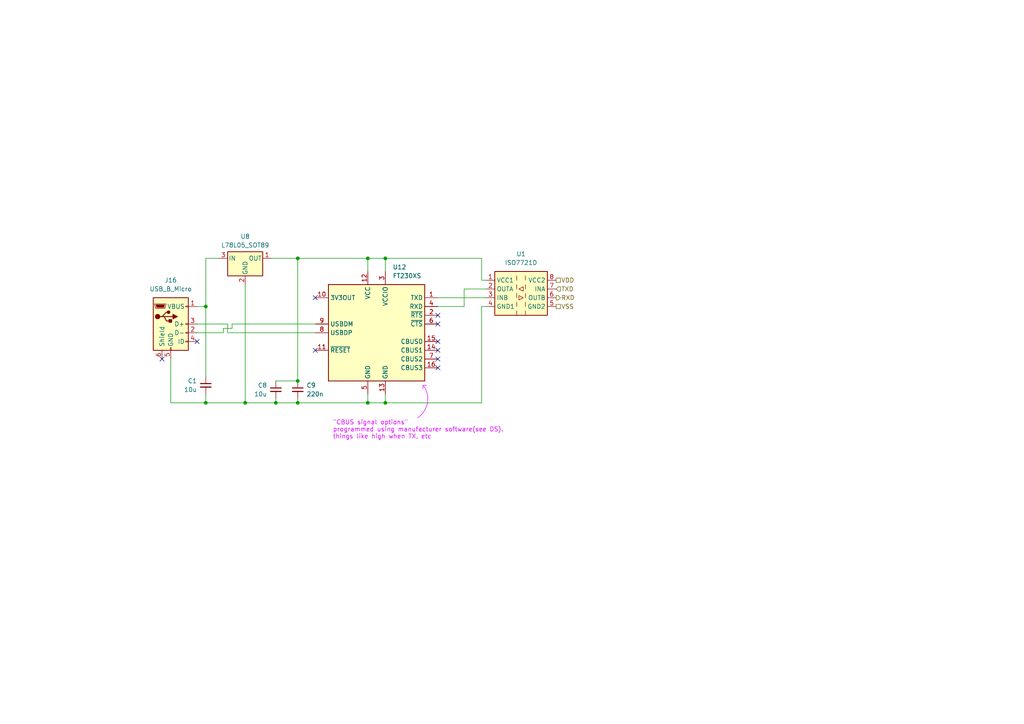
<source format=kicad_sch>
(kicad_sch (version 20250114) (generator "eeschema") (generator_version "9.0")
  (paper "A4")
  (lib_symbols
    (symbol "Connector:USB_B_Micro" (pin_names (offset 1.016))
      (property "Reference" "J" (at -5.08 11.43 0))
      (property "Value" "USB_B_Micro" (at -5.08 8.89 0))
      (symbol "USB_B_Micro_0_1"
        (rectangle (start -5.08 -7.62) (end 5.08 7.62) (stroke (width 0.254)) (fill (type background)))
        (polyline (pts (xy -4.699 5.842) (xy -4.699 5.588) (xy -4.445 4.826) (xy -4.445 4.572) (xy -1.651 4.572) (xy -1.651 4.826) (xy -1.397 5.588) (xy -1.397 5.842) (xy -4.699 5.842)))
        (polyline (pts (xy -4.318 5.588) (xy -1.778 5.588) (xy -2.032 4.826) (xy -4.064 4.826) (xy -4.318 5.588)) (fill (type outline)))
        (circle (center -3.81 2.159) (radius 0.635) (stroke (width 0.254)) (fill (type outline)))
        (polyline (pts (xy -3.175 2.159) (xy -2.54 2.159) (xy -1.27 3.429) (xy -0.635 3.429)) (stroke (width 0.254)))
        (polyline (pts (xy -2.54 2.159) (xy -1.905 2.159) (xy -1.27 0.889) (xy 0 0.889)) (stroke (width 0.254)))
        (polyline (pts (xy -1.905 2.159) (xy 0.635 2.159)) (stroke (width 0.254)))
        (circle (center -0.635 3.429) (radius 0.381) (stroke (width 0.254)) (fill (type outline)))
        (rectangle (start -0.127 -7.62) (end 0.127 -6.858))
        (rectangle (start 0.254 1.27) (end -0.508 0.508) (stroke (width 0.254)) (fill (type outline)))
        (polyline (pts (xy 0.635 2.794) (xy 0.635 1.524) (xy 1.905 2.159) (xy 0.635 2.794)) (stroke (width 0.254)) (fill (type outline)))
        (rectangle (start 5.08 4.953) (end 4.318 5.207))
        (rectangle (start 5.08 -0.127) (end 4.318 0.127))
        (rectangle (start 5.08 -2.667) (end 4.318 -2.413))
        (rectangle (start 5.08 -5.207) (end 4.318 -4.953))
      )
      (symbol "USB_B_Micro_1_1"
        (pin passive line (at -2.54 -10.16 90) (length 2.54) (name "Shield") (number "6"))
        (pin power_out line (at 0 -10.16 90) (length 2.54) (name "GND") (number "5"))
        (pin power_out line (at 7.62 5.08 180) (length 2.54) (name "VBUS") (number "1"))
        (pin bidirectional line (at 7.62 0 180) (length 2.54) (name "D+") (number "3"))
        (pin bidirectional line (at 7.62 -2.54 180) (length 2.54) (name "D-") (number "2"))
        (pin passive line (at 7.62 -5.08 180) (length 2.54) (name "ID") (number "4"))
      )
    )
    (symbol "Device:C_Small" (pin_numbers (hide yes)) (pin_names (offset 0.254) (hide yes))
      (property "Reference" "C" (at 0.254 1.778 0))
      (property "Value" "C_Small" (at 0.254 -2.032 0))
      (symbol "C_Small_0_1"
        (polyline (pts (xy -1.524 0.508) (xy 1.524 0.508)) (stroke (width 0.3048)))
        (polyline (pts (xy -1.524 -0.508) (xy 1.524 -0.508)) (stroke (width 0.3302)))
      )
      (symbol "C_Small_1_1"
        (pin passive line (at 0 2.54 270) (length 2.032) (name "~") (number "1"))
        (pin passive line (at 0 -2.54 90) (length 2.032) (name "~") (number "2"))
      )
    )
    (symbol "Interface_USB:FT230XS"
      (property "Reference" "U" (at -13.97 15.24 0))
      (property "Value" "FT230XS" (at 7.62 15.24 0))
      (symbol "FT230XS_0_1"
        (rectangle (start -13.97 13.97) (end 13.97 -13.97) (stroke (width 0.254)) (fill (type background)))
      )
      (symbol "FT230XS_1_1"
        (pin power_out line (at -17.78 10.16 0) (length 3.81) (name "3V3OUT") (number "10"))
        (pin bidirectional line (at -17.78 2.54 0) (length 3.81) (name "USBDM") (number "9"))
        (pin bidirectional line (at -17.78 0 0) (length 3.81) (name "USBDP") (number "8"))
        (pin input line (at -17.78 -5.08 0) (length 3.81) (name "~{RESET}") (number "11"))
        (pin power_in line (at -2.54 17.78 270) (length 3.81) (name "VCC") (number "12"))
        (pin power_in line (at -2.54 -17.78 90) (length 3.81) (name "GND") (number "5"))
        (pin power_in line (at 2.54 17.78 270) (length 3.81) (name "VCCIO") (number "3"))
        (pin power_in line (at 2.54 -17.78 90) (length 3.81) (name "GND") (number "13"))
        (pin output line (at 17.78 10.16 180) (length 3.81) (name "TXD") (number "1"))
        (pin input line (at 17.78 7.62 180) (length 3.81) (name "RXD") (number "4"))
        (pin output line (at 17.78 5.08 180) (length 3.81) (name "~{RTS}") (number "2"))
        (pin input line (at 17.78 2.54 180) (length 3.81) (name "~{CTS}") (number "6"))
        (pin bidirectional line (at 17.78 -2.54 180) (length 3.81) (name "CBUS0") (number "15"))
        (pin bidirectional line (at 17.78 -5.08 180) (length 3.81) (name "CBUS1") (number "14"))
        (pin bidirectional line (at 17.78 -7.62 180) (length 3.81) (name "CBUS2") (number "7"))
        (pin bidirectional line (at 17.78 -10.16 180) (length 3.81) (name "CBUS3") (number "16"))
      )
    )
    (symbol "Isolator:ISO7721D"
      (property "Reference" "U" (at 0 10.795 0))
      (property "Value" "ISO7721D" (at 0 8.89 0))
      (symbol "ISO7721D_0_1"
        (rectangle (start -7.62 7.62) (end 7.62 -5.08) (stroke (width 0.254)) (fill (type background)))
        (polyline (pts (xy -1.27 6.35) (xy -1.27 5.08)))
        (polyline (pts (xy -1.27 3.81) (xy -1.27 2.54)))
        (polyline (pts (xy -1.27 1.27) (xy -1.27 0)))
        (polyline (pts (xy -1.27 -1.27) (xy -1.27 -2.54)))
        (polyline (pts (xy -1.27 -3.81) (xy -1.27 -5.08)))
        (polyline (pts (xy -0.635 2.54) (xy 0.635 3.175) (xy 0.635 1.905) (xy -0.635 2.54)))
        (polyline (pts (xy -0.635 0.635) (xy -0.635 -0.635) (xy 0.635 0) (xy -0.635 0.635)))
        (polyline (pts (xy 1.27 6.35) (xy 1.27 5.08)))
        (polyline (pts (xy 1.27 3.81) (xy 1.27 2.54)))
        (polyline (pts (xy 1.27 1.27) (xy 1.27 0)))
        (polyline (pts (xy 1.27 -1.27) (xy 1.27 -2.54)))
        (polyline (pts (xy 1.27 -3.81) (xy 1.27 -5.08)))
      )
      (symbol "ISO7721D_1_1"
        (pin power_in line (at -10.16 5.08 0) (length 2.54) (name "VCC1") (number "1"))
        (pin output line (at -10.16 2.54 0) (length 2.54) (name "OUTA") (number "2"))
        (pin input line (at -10.16 0 0) (length 2.54) (name "INB") (number "3"))
        (pin power_in line (at -10.16 -2.54 0) (length 2.54) (name "GND1") (number "4"))
        (pin power_in line (at 10.16 5.08 180) (length 2.54) (name "VCC2") (number "8"))
        (pin input line (at 10.16 2.54 180) (length 2.54) (name "INA") (number "7"))
        (pin output line (at 10.16 0 180) (length 2.54) (name "OUTB") (number "6"))
        (pin power_in line (at 10.16 -2.54 180) (length 2.54) (name "GND2") (number "5"))
      )
    )
    (symbol "Regulator_Linear:L78L05_SOT89" (pin_names (offset 0.254))
      (property "Reference" "U" (at -3.81 3.175 0))
      (property "Value" "L78L05_SOT89" (at -0.635 3.175 0))
      (symbol "L78L05_SOT89_0_1"
        (rectangle (start -5.08 1.905) (end 5.08 -5.08) (stroke (width 0.254)) (fill (type background)))
      )
      (symbol "L78L05_SOT89_1_1"
        (pin power_in line (at -7.62 0 0) (length 2.54) (name "IN") (number "3"))
        (pin power_in line (at 0 -7.62 90) (length 2.54) (name "GND") (number "2"))
        (pin power_out line (at 7.62 0 180) (length 2.54) (name "OUT") (number "1"))
      )
    )
  )
  (arc (start 122.936 112.014) (mid 123.9407 116.9542) (end 121.158 121.158) (stroke (width 0) (color 218 0 255 1)))
  (text "\"CBUS signal options\"\nprogrammed using manufacturer software(see DS).\nthings like high when TX, etc\n" (at 96.52 121.92 0) (effects (font (size 1.27 1.27)) (justify left top)))
  (junction (at 86.36 74.93))
  (junction (at 111.76 116.84))
  (junction (at 59.69 116.84))
  (junction (at 106.68 116.84))
  (junction (at 86.36 110.49))
  (junction (at 71.12 116.84))
  (junction (at 106.68 74.93))
  (junction (at 86.36 116.84))
  (junction (at 59.69 88.9))
  (junction (at 111.76 74.93))
  (junction (at 80.01 116.84))
  (no_connect (at 91.44 101.6))
  (no_connect (at 127 101.6))
  (no_connect (at 127 93.98))
  (no_connect (at 91.44 86.36))
  (no_connect (at 127 104.14))
  (no_connect (at 46.99 104.14))
  (no_connect (at 57.15 99.06))
  (no_connect (at 127 91.44))
  (no_connect (at 127 99.06))
  (no_connect (at 127 106.68))
  (wire (pts (xy 80.01 116.84) (xy 86.36 116.84)))
  (polyline (pts (xy 122.682 111.76) (xy 123.698 111.76)) (stroke (width 0) (color 218 0 255 1)))
  (wire (pts (xy 64.77 95.25) (xy 67.31 95.25)))
  (wire (pts (xy 139.7 88.9) (xy 140.97 88.9)))
  (wire (pts (xy 66.04 93.98) (xy 66.04 96.52)))
  (wire (pts (xy 106.68 114.3) (xy 106.68 116.84)))
  (wire (pts (xy 106.68 74.93) (xy 86.36 74.93)))
  (wire (pts (xy 80.01 110.49) (xy 86.36 110.49)))
  (wire (pts (xy 134.62 83.82) (xy 134.62 88.9)))
  (wire (pts (xy 106.68 74.93) (xy 106.68 78.74)))
  (wire (pts (xy 49.53 116.84) (xy 59.69 116.84)))
  (wire (pts (xy 71.12 116.84) (xy 80.01 116.84)))
  (wire (pts (xy 59.69 88.9) (xy 59.69 109.22)))
  (wire (pts (xy 106.68 116.84) (xy 111.76 116.84)))
  (wire (pts (xy 57.15 88.9) (xy 59.69 88.9)))
  (wire (pts (xy 111.76 74.93) (xy 111.76 78.74)))
  (wire (pts (xy 139.7 74.93) (xy 111.76 74.93)))
  (wire (pts (xy 80.01 115.57) (xy 80.01 116.84)))
  (wire (pts (xy 111.76 74.93) (xy 106.68 74.93)))
  (wire (pts (xy 78.74 74.93) (xy 86.36 74.93)))
  (wire (pts (xy 57.15 93.98) (xy 66.04 93.98)))
  (wire (pts (xy 66.04 96.52) (xy 91.44 96.52)))
  (wire (pts (xy 139.7 81.28) (xy 140.97 81.28)))
  (wire (pts (xy 127 86.36) (xy 140.97 86.36)))
  (wire (pts (xy 59.69 116.84) (xy 71.12 116.84)))
  (wire (pts (xy 139.7 81.28) (xy 139.7 74.93)))
  (wire (pts (xy 111.76 116.84) (xy 139.7 116.84)))
  (wire (pts (xy 59.69 74.93) (xy 63.5 74.93)))
  (wire (pts (xy 134.62 83.82) (xy 140.97 83.82)))
  (wire (pts (xy 59.69 74.93) (xy 59.69 88.9)))
  (wire (pts (xy 64.77 96.52) (xy 64.77 95.25)))
  (wire (pts (xy 49.53 104.14) (xy 49.53 116.84)))
  (wire (pts (xy 127 88.9) (xy 134.62 88.9)))
  (wire (pts (xy 139.7 88.9) (xy 139.7 116.84)))
  (wire (pts (xy 67.31 93.98) (xy 67.31 95.25)))
  (wire (pts (xy 57.15 96.52) (xy 64.77 96.52)))
  (wire (pts (xy 111.76 116.84) (xy 111.76 114.3)))
  (wire (pts (xy 86.36 116.84) (xy 106.68 116.84)))
  (wire (pts (xy 86.36 115.57) (xy 86.36 116.84)))
  (wire (pts (xy 86.36 74.93) (xy 86.36 110.49)))
  (wire (pts (xy 71.12 82.55) (xy 71.12 116.84)))
  (wire (pts (xy 59.69 114.3) (xy 59.69 116.84)))
  (polyline (pts (xy 122.682 111.76) (xy 122.682 112.776)) (stroke (width 0) (color 218 0 255 1)))
  (wire (pts (xy 67.31 93.98) (xy 91.44 93.98)))
  (hierarchical_label "RXD" (shape output) (at 161.29 86.36 0))
  (hierarchical_label "VDD" (shape passive) (at 161.29 81.28 0))
  (hierarchical_label "TXD" (shape input) (at 161.29 83.82 0))
  (hierarchical_label "VSS" (shape passive) (at 161.29 88.9 0))
  (symbol (lib_id "Device:C_Small") (at 86.36 113.03 0) (unit 1)
    (property "Reference" "C9" (at 88.9 111.7662 0) (effects (justify left)))
    (property "Value" "220n" (at 88.9 114.3062 0) (effects (justify left)))
    (property "Footprint" "Capacitor_SMD:C_1206_3216Metric_Pad1.33x1.80mm_HandSolder" (effects (hide yes)))
    (property "Datasheet" "https://www.mouser.com/ProductDetail/Samsung-Electro-Mechanics/CL31B224KBFNNNF?qs=sGAEpiMZZMsh%252B1woXyUXj7iNKXiFkBmw7C%252BUlKpuDJ8%3D" (effects (hide yes)))
    (property "Description" "50Vdc, 10%, +125C" (effects (hide yes)))
    (property "mouser" "https://www.mouser.com/ProductDetail/Samsung-Electro-Mechanics/CL31B224KBFNNNF?qs=sGAEpiMZZMsh%252B1woXyUXj7iNKXiFkBmw7C%252BUlKpuDJ8%3D" (effects (hide yes)))
    (property "specs" "50VDC, X7R, 10%, -55C, +125C, 220nF" (effects (hide yes)))
    (property "unit x10" "0.05" (effects (hide yes)))
  )
  (symbol (lib_id "Device:C_Small") (at 80.01 113.03 0) (mirror y) (unit 1)
    (property "Reference" "C8" (at 77.47 111.7662 0) (effects (justify left)))
    (property "Value" "10u" (at 77.47 114.3062 0) (effects (justify left)))
    (property "Footprint" "Capacitor_SMD:C_1206_3216Metric_Pad1.33x1.80mm_HandSolder" (effects (hide yes)))
    (property "Description" "50Vdc, 10%, +125C" (effects (hide yes)))
    (property "mouser" "https://www.mouser.com/ProductDetail/Samsung-Electro-Mechanics/CL31A106KBHNNNE?qs=sGAEpiMZZMsh%252B1woXyUXjxqcB7t9naYpzWmpMbMJIKQ%3D" (effects (hide yes)))
    (property "specs" "10uF, 50VDC, X5R, 10%, -55C, +85C" (effects (hide yes)))
    (property "unit x10" "0.07" (effects (hide yes)))
  )
  (symbol (lib_id "Connector:USB_B_Micro") (at 49.53 93.98 0) (unit 1)
    (property "Reference" "J16" (at 49.53 81.28 0))
    (property "Value" "USB_B_Micro" (at 49.53 83.82 0))
    (property "Footprint" "Connector_USB:USB_Micro-B_Amphenol_10118194-0001LF_Horizontal" (effects (hide yes)))
    (property "Description" "USB Micro Type B connector" (effects (hide yes)))
    (property "mouser" "https://www.mouser.com/ProductDetail/Amphenol-FCI/10118194-0001LF?qs=Ywefl8B65e4FIdY8OWfRQA%3D%3D" (effects (hide yes)))
    (property "specs" "1GOhm isolation allegedly" (effects (hide yes)))
    (property "unit x10" "0.363" (effects (hide yes)))
  )
  (symbol (lib_id "Isolator:ISO7721D") (at 151.13 86.36 0) (unit 1)
    (property "Reference" "U1" (at 151.13 73.66 0))
    (property "Value" "ISO7721D" (at 151.13 76.2 0))
    (property "Footprint" "Package_SO:SOIC-8_3.9x4.9mm_P1.27mm" (effects (hide yes)))
    (property "Datasheet" "https://www.ti.com/lit/ds/symlink/iso7721.pdf" (effects (hide yes)))
    (property "Description" "Low Power Dual-Channel 1/1 Digital Isolator, 100Mbps 11ns, Fail-Safe High, SOIC-8 (150mil)" (effects (hide yes)))
    (property "mouser" "https://www.mouser.com/ProductDetail/Texas-Instruments/ISO7721FDR?qs=0C8XhJW8e4q%2Fbyy%252BjjA6jQ%3D%3D" (effects (hide yes)))
    (property "specs" "3000Vrms, 100Mb/s, unidir, 17ns prop, 3.9ns R&F" (effects (hide yes)))
    (property "unit x10" "1.22" (effects (hide yes)))
  )
  (symbol (lib_id "Regulator_Linear:L78L05_SOT89") (at 71.12 74.93 0) (unit 1)
    (property "Reference" "U8" (at 71.12 68.58 0))
    (property "Value" "L78L05_SOT89" (at 71.12 71.12 0))
    (property "Footprint" "Package_TO_SOT_SMD:SOT-89-3" (effects (hide yes)))
    (property "Datasheet" "http://www.st.com/content/ccc/resource/technical/document/datasheet/15/55/e5/aa/23/5b/43/fd/CD00000446.pdf/files/CD00000446.pdf/jcr:content/translations/en.CD00000446.pdf" (effects (hide yes)))
    (property "Description" "Positive 100mA 30V Linear Regulator, Fixed Output 5V, SOT-89" (effects (hide yes)))
  )
  (symbol (lib_id "Device:C_Small") (at 59.69 111.76 0) (mirror y) (unit 1)
    (property "Reference" "C1" (at 57.15 110.4962 0) (effects (justify left)))
    (property "Value" "10u" (at 57.15 113.0362 0) (effects (justify left)))
    (property "Footprint" "Capacitor_SMD:C_1206_3216Metric_Pad1.33x1.80mm_HandSolder" (effects (hide yes)))
    (property "Description" "50Vdc, 10%, +125C" (effects (hide yes)))
    (property "mouser" "https://www.mouser.com/ProductDetail/Samsung-Electro-Mechanics/CL31A106KBHNNNE?qs=sGAEpiMZZMsh%252B1woXyUXjxqcB7t9naYpzWmpMbMJIKQ%3D" (effects (hide yes)))
    (property "specs" "10uF, 50VDC, X5R, 10%, -55C, +85C" (effects (hide yes)))
    (property "unit x10" "0.07" (effects (hide yes)))
  )
  (symbol (lib_id "Interface_USB:FT230XS") (at 109.22 96.52 0) (unit 1)
    (property "Reference" "U12" (at 113.9033 77.47 0) (effects (justify left)))
    (property "Value" "FT230XS" (at 113.9033 80.01 0) (effects (justify left)))
    (property "Footprint" "Package_SO:SSOP-16_3.9x4.9mm_P0.635mm" (effects (hide yes)))
    (property "Datasheet" "https://ftdichip.com/wp-content/uploads/2021/10/DS_FT230X.pdf" (effects (hide yes)))
    (property "Description" "Full Speed USB to Basic UART, SSOP-16" (effects (hide yes)))
    (property "mouser" "https://www.mouser.com/ProductDetail/FTDI/FT230XS-U?qs=Gp1Yz1mis3UZolxbXux7lw%3D%3D" (effects (hide yes)))
    (property "specs" "USB x UART bridge, 1 chan" (effects (hide yes)))
  )
)
</source>
